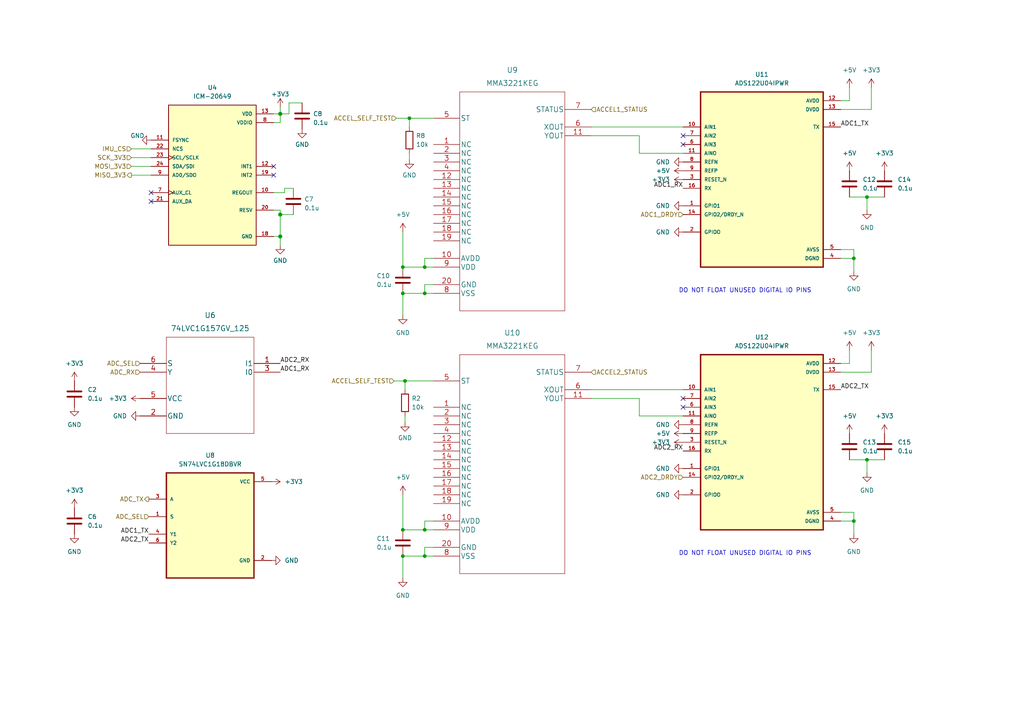
<source format=kicad_sch>
(kicad_sch (version 20211123) (generator eeschema)
  (paper "A4")
  (lib_symbols
    (symbol "74LVC1G157GV,125:74LVC1G157GV_125" (pin_names (offset 0.254))
      (property "Reference" "U" (at 20.32 12.7 0))
      (property "Value" "74LVC1G157GV_125" (at 20.32 10.16 0))
      (symbol "74LVC1G157GV_125_1_1"
        (polyline (pts (xy 7.62 -20.32) (xy 33.02 -20.32)) (stroke (width 0.127)))
        (polyline (pts (xy 7.62 7.62) (xy 7.62 -20.32)) (stroke (width 0.127)))
        (polyline (pts (xy 33.02 -20.32) (xy 33.02 7.62)) (stroke (width 0.127)))
        (polyline (pts (xy 33.02 7.62) (xy 7.62 7.62)) (stroke (width 0.127)))
        (pin bidirectional line (at 40.64 0 180) (length 7.62) (name "I1") (number "1"))
        (pin power_in line (at 0 -15.24 0) (length 7.62) (name "GND") (number "2"))
        (pin bidirectional line (at 40.64 -2.54 180) (length 7.62) (name "I0") (number "3"))
        (pin unspecified line (at 0 -2.54 0) (length 7.62) (name "Y") (number "4"))
        (pin power_in line (at 0 -10.16 0) (length 7.62) (name "VCC") (number "5"))
        (pin unspecified line (at 0 0 0) (length 7.62) (name "S") (number "6"))
      )
    )
    (symbol "ADS122U04IPWR:ADS122U04IPWR" (pin_names (offset 1.016))
      (property "Reference" "U" (at -17.78 26.3906 0))
      (property "Value" "ADS122U04IPWR" (at -17.78 -29.3878 0))
      (symbol "ADS122U04IPWR_0_0"
        (rectangle (start -17.78 -25.4) (end 17.78 25.4) (stroke (width 0.4064)) (fill (type background)))
        (pin bidirectional line (at -22.86 -7.62 0) (length 5.08) (name "GPIO1") (number "1"))
        (pin input line (at -22.86 15.24 0) (length 5.08) (name "AIN1") (number "10"))
        (pin input line (at -22.86 7.62 0) (length 5.08) (name "AINO") (number "11"))
        (pin power_in line (at 22.86 22.86 180) (length 5.08) (name "AVDD") (number "12"))
        (pin power_in line (at 22.86 20.32 180) (length 5.08) (name "DVDD") (number "13"))
        (pin bidirectional line (at -22.86 -10.16 0) (length 5.08) (name "GPIO2/DRDY_N") (number "14"))
        (pin output line (at 22.86 15.24 180) (length 5.08) (name "TX") (number "15"))
        (pin input line (at -22.86 -2.54 0) (length 5.08) (name "RX") (number "16"))
        (pin bidirectional line (at -22.86 -15.24 0) (length 5.08) (name "GPIOO") (number "2"))
        (pin input line (at -22.86 0 0) (length 5.08) (name "RESET_N") (number "3"))
        (pin power_in line (at 22.86 -22.86 180) (length 5.08) (name "DGND") (number "4"))
        (pin power_in line (at 22.86 -20.32 180) (length 5.08) (name "AVSS") (number "5"))
        (pin input line (at -22.86 10.16 0) (length 5.08) (name "AIN3") (number "6"))
        (pin input line (at -22.86 12.7 0) (length 5.08) (name "AIN2") (number "7"))
        (pin input line (at -22.86 5.08 0) (length 5.08) (name "REFN") (number "8"))
        (pin input line (at -22.86 2.54 0) (length 5.08) (name "REFP") (number "9"))
      )
    )
    (symbol "Device:C" (pin_numbers hide) (pin_names (offset 0.254))
      (property "Reference" "C" (at 0.635 2.54 0))
      (property "Value" "C" (at 0.635 -2.54 0))
      (symbol "C_0_1"
        (polyline (pts (xy -2.032 -0.762) (xy 2.032 -0.762)) (stroke (width 0.508)))
        (polyline (pts (xy -2.032 0.762) (xy 2.032 0.762)) (stroke (width 0.508)))
      )
      (symbol "C_1_1"
        (pin passive line (at 0 3.81 270) (length 2.794) (name "~") (number "1"))
        (pin passive line (at 0 -3.81 90) (length 2.794) (name "~") (number "2"))
      )
    )
    (symbol "Device:R" (pin_numbers hide) (pin_names (offset 0))
      (property "Reference" "R" (at 2.032 0 90))
      (property "Value" "R" (at 0 0 90))
      (symbol "R_0_1"
        (rectangle (start -1.016 -2.54) (end 1.016 2.54) (stroke (width 0.254)))
      )
      (symbol "R_1_1"
        (pin passive line (at 0 3.81 270) (length 1.27) (name "~") (number "1"))
        (pin passive line (at 0 -3.81 90) (length 1.27) (name "~") (number "2"))
      )
    )
    (symbol "ICM-20649:ICM-20649" (pin_names (offset 1.016))
      (property "Reference" "U" (at -12.7254 20.9804 0))
      (property "Value" "ICM-20649" (at -12.7 -22.86 0))
      (symbol "ICM-20649_0_0"
        (rectangle (start -12.7 -20.32) (end 12.7 20.32) (stroke (width 0.254)) (fill (type background)))
        (pin passive line (at 17.78 -5.08 180) (length 5.08) (name "REGOUT") (number "10"))
        (pin input line (at -17.78 10.16 0) (length 5.08) (name "FSYNC") (number "11"))
        (pin output line (at 17.78 2.54 180) (length 5.08) (name "INT1") (number "12"))
        (pin power_in line (at 17.78 17.78 180) (length 5.08) (name "VDD") (number "13"))
        (pin power_in line (at 17.78 -17.78 180) (length 5.08) (name "GND") (number "18"))
        (pin output line (at 17.78 0 180) (length 5.08) (name "INT2") (number "19"))
        (pin passive line (at 17.78 -10.16 180) (length 5.08) (name "RESV") (number "20"))
        (pin bidirectional line (at -17.78 -7.62 0) (length 5.08) (name "AUX_DA") (number "21"))
        (pin input line (at -17.78 7.62 0) (length 5.08) (name "NCS") (number "22"))
        (pin input clock (at -17.78 5.08 0) (length 5.08) (name "SCL/SCLK") (number "23"))
        (pin input line (at -17.78 2.54 0) (length 5.08) (name "SDA/SDI") (number "24"))
        (pin bidirectional clock (at -17.78 -5.08 0) (length 5.08) (name "AUX_CL") (number "7"))
        (pin power_in line (at 17.78 15.24 180) (length 5.08) (name "VDDIO") (number "8"))
        (pin output line (at -17.78 0 0) (length 5.08) (name "AD0/SDO") (number "9"))
      )
    )
    (symbol "MMA3221KEG:MMA3221KEG" (pin_names (offset 0.254))
      (property "Reference" "U" (at 22.86 12.7 0))
      (property "Value" "MMA3221KEG" (at 22.86 10.16 0))
      (symbol "MMA3221KEG_1_1"
        (polyline (pts (xy 7.62 -55.88) (xy 38.1 -55.88)) (stroke (width 0.127)))
        (polyline (pts (xy 7.62 7.62) (xy 7.62 -55.88)) (stroke (width 0.127)))
        (polyline (pts (xy 38.1 -55.88) (xy 38.1 7.62)) (stroke (width 0.127)))
        (polyline (pts (xy 38.1 7.62) (xy 7.62 7.62)) (stroke (width 0.127)))
        (pin unspecified line (at 0 -7.62 0) (length 7.62) (name "NC") (number "1"))
        (pin power_in line (at 0 -40.64 0) (length 7.62) (name "AVDD") (number "10"))
        (pin output line (at 45.72 -5.08 180) (length 7.62) (name "YOUT") (number "11"))
        (pin unspecified line (at 0 -17.78 0) (length 7.62) (name "NC") (number "12"))
        (pin unspecified line (at 0 -20.32 0) (length 7.62) (name "NC") (number "13"))
        (pin unspecified line (at 0 -22.86 0) (length 7.62) (name "NC") (number "14"))
        (pin unspecified line (at 0 -25.4 0) (length 7.62) (name "NC") (number "15"))
        (pin unspecified line (at 0 -27.94 0) (length 7.62) (name "NC") (number "16"))
        (pin unspecified line (at 0 -30.48 0) (length 7.62) (name "NC") (number "17"))
        (pin unspecified line (at 0 -33.02 0) (length 7.62) (name "NC") (number "18"))
        (pin unspecified line (at 0 -35.56 0) (length 7.62) (name "NC") (number "19"))
        (pin unspecified line (at 0 -10.16 0) (length 7.62) (name "NC") (number "2"))
        (pin power_in line (at 0 -48.26 0) (length 7.62) (name "GND") (number "20"))
        (pin unspecified line (at 0 -12.7 0) (length 7.62) (name "NC") (number "3"))
        (pin unspecified line (at 0 -15.24 0) (length 7.62) (name "NC") (number "4"))
        (pin input line (at 0 0 0) (length 7.62) (name "ST") (number "5"))
        (pin output line (at 45.72 -2.54 180) (length 7.62) (name "XOUT") (number "6"))
        (pin output line (at 45.72 2.54 180) (length 7.62) (name "STATUS") (number "7"))
        (pin power_in line (at 0 -50.8 0) (length 7.62) (name "VSS") (number "8"))
        (pin power_in line (at 0 -43.18 0) (length 7.62) (name "VDD") (number "9"))
      )
    )
    (symbol "SN74LVC1G18DBVR:SN74LVC1G18DBVR" (pin_names (offset 1.016))
      (property "Reference" "U" (at -12.7 16.2306 0))
      (property "Value" "SN74LVC1G18DBVR" (at -12.7 -19.2278 0))
      (symbol "SN74LVC1G18DBVR_0_0"
        (rectangle (start -12.7 -15.24) (end 12.7 15.24) (stroke (width 0.4064)) (fill (type background)))
        (pin bidirectional line (at -17.78 2.54 0) (length 5.08) (name "S") (number "1"))
        (pin power_in line (at 17.78 -10.16 180) (length 5.08) (name "GND") (number "2"))
        (pin bidirectional line (at -17.78 7.62 0) (length 5.08) (name "A") (number "3"))
        (pin bidirectional line (at -17.78 -2.54 0) (length 5.08) (name "Y1") (number "4"))
        (pin power_in line (at 17.78 12.7 180) (length 5.08) (name "VCC") (number "5"))
        (pin bidirectional line (at -17.78 -5.08 0) (length 5.08) (name "Y2") (number "6"))
      )
    )
    (symbol "power:+3.3V" (power) (pin_names (offset 0))
      (property "Value" "+3.3V" (at 0 3.556 0))
      (symbol "+3.3V_0_1"
        (polyline (pts (xy -0.762 1.27) (xy 0 2.54)))
        (polyline (pts (xy 0 0) (xy 0 2.54)))
        (polyline (pts (xy 0 2.54) (xy 0.762 1.27)))
      )
      (symbol "+3.3V_1_1"
        (pin power_in line (at 0 0 90) (length 0) hide (name "+3V3") (number "1"))
      )
    )
    (symbol "power:+5V" (power) (pin_names (offset 0))
      (property "Value" "+5V" (at 0 3.556 0))
      (symbol "+5V_0_1"
        (polyline (pts (xy -0.762 1.27) (xy 0 2.54)))
        (polyline (pts (xy 0 0) (xy 0 2.54)))
        (polyline (pts (xy 0 2.54) (xy 0.762 1.27)))
      )
      (symbol "+5V_1_1"
        (pin power_in line (at 0 0 90) (length 0) hide (name "+5V") (number "1"))
      )
    )
    (symbol "power:GND" (power) (pin_names (offset 0))
      (property "Value" "GND" (at 0 -3.81 0))
      (symbol "GND_0_1"
        (polyline (pts (xy 0 0) (xy 0 -1.27) (xy 1.27 -1.27) (xy 0 -2.54) (xy -1.27 -1.27) (xy 0 -1.27)))
      )
      (symbol "GND_1_1"
        (pin power_in line (at 0 0 270) (length 0) hide (name "GND") (number "1"))
      )
    )
  )
  (junction (at 116.84 85.09))
  (junction (at 118.745 34.29))
  (junction (at 123.19 153.67))
  (junction (at 81.28 68.58) (diameter 1.016))
  (junction (at 81.28 62.23) (diameter 1.016))
  (junction (at 251.46 133.35))
  (junction (at 116.84 77.47))
  (junction (at 81.28 33.02) (diameter 1.016))
  (junction (at 117.475 110.49))
  (junction (at 247.65 74.93))
  (junction (at 116.84 153.67))
  (junction (at 116.84 161.29))
  (junction (at 251.46 57.15))
  (junction (at 123.19 85.09))
  (junction (at 123.19 77.47))
  (junction (at 247.65 151.13))
  (junction (at 123.19 161.29))
  (no_connect (at 79.375 50.8))
  (no_connect (at 198.12 115.57))
  (no_connect (at 43.815 55.88))
  (no_connect (at 198.12 41.91))
  (no_connect (at 198.12 39.37))
  (no_connect (at 79.375 48.26))
  (no_connect (at 43.815 58.42))
  (no_connect (at 198.12 118.11))
  (wire (pts (xy 82.55 55.88) (xy 82.55 54.61)))
  (wire (pts (xy 81.28 33.02) (xy 83.82 33.02)))
  (wire (pts (xy 114.935 34.29) (xy 118.745 34.29)))
  (wire (pts (xy 125.73 151.13) (xy 123.19 151.13)))
  (wire (pts (xy 118.745 34.29) (xy 118.745 36.83)))
  (wire (pts (xy 123.19 77.47) (xy 125.73 77.47)))
  (wire (pts (xy 243.84 151.13) (xy 247.65 151.13)))
  (wire (pts (xy 251.46 133.35) (xy 251.46 137.16)))
  (wire (pts (xy 251.46 57.15) (xy 256.54 57.15)))
  (wire (pts (xy 246.38 29.21) (xy 243.84 29.21)))
  (wire (pts (xy 243.84 107.95) (xy 252.73 107.95)))
  (wire (pts (xy 117.475 110.49) (xy 117.475 113.03)))
  (wire (pts (xy 117.475 110.49) (xy 125.73 110.49)))
  (wire (pts (xy 247.65 154.94) (xy 247.65 151.13)))
  (wire (pts (xy 79.375 60.96) (xy 81.28 60.96)))
  (wire (pts (xy 247.65 74.93) (xy 247.65 72.39)))
  (wire (pts (xy 171.45 115.57) (xy 185.42 115.57)))
  (wire (pts (xy 125.73 158.75) (xy 123.19 158.75)))
  (wire (pts (xy 185.42 39.37) (xy 185.42 44.45)))
  (wire (pts (xy 81.28 31.115) (xy 81.28 33.02)))
  (wire (pts (xy 38.1 48.26) (xy 43.815 48.26)))
  (wire (pts (xy 81.28 68.58) (xy 81.28 71.12)))
  (wire (pts (xy 118.745 46.355) (xy 118.745 44.45)))
  (wire (pts (xy 246.38 57.15) (xy 251.46 57.15)))
  (wire (pts (xy 79.375 55.88) (xy 82.55 55.88)))
  (wire (pts (xy 116.84 161.29) (xy 123.19 161.29)))
  (wire (pts (xy 125.73 74.93) (xy 123.19 74.93)))
  (wire (pts (xy 252.73 101.6) (xy 252.73 107.95)))
  (wire (pts (xy 38.1 43.18) (xy 43.815 43.18)))
  (wire (pts (xy 171.45 36.83) (xy 198.12 36.83)))
  (wire (pts (xy 81.28 62.23) (xy 81.28 68.58)))
  (wire (pts (xy 247.65 148.59) (xy 243.84 148.59)))
  (wire (pts (xy 116.84 67.31) (xy 116.84 77.47)))
  (wire (pts (xy 38.1 50.8) (xy 43.815 50.8)))
  (wire (pts (xy 81.28 33.02) (xy 79.375 33.02)))
  (wire (pts (xy 83.82 33.02) (xy 83.82 29.845)))
  (wire (pts (xy 82.55 54.61) (xy 85.09 54.61)))
  (wire (pts (xy 123.19 74.93) (xy 123.19 77.47)))
  (wire (pts (xy 81.28 60.96) (xy 81.28 62.23)))
  (wire (pts (xy 185.42 115.57) (xy 185.42 120.65)))
  (wire (pts (xy 79.375 68.58) (xy 81.28 68.58)))
  (wire (pts (xy 251.46 57.15) (xy 251.46 60.96)))
  (wire (pts (xy 116.84 143.51) (xy 116.84 153.67)))
  (wire (pts (xy 85.09 62.23) (xy 81.28 62.23)))
  (wire (pts (xy 252.73 25.4) (xy 252.73 31.75)))
  (wire (pts (xy 246.38 105.41) (xy 243.84 105.41)))
  (wire (pts (xy 123.19 151.13) (xy 123.19 153.67)))
  (wire (pts (xy 81.28 35.56) (xy 81.28 33.02)))
  (wire (pts (xy 116.84 91.44) (xy 116.84 85.09)))
  (wire (pts (xy 171.45 113.03) (xy 198.12 113.03)))
  (wire (pts (xy 118.745 34.29) (xy 125.73 34.29)))
  (wire (pts (xy 116.84 153.67) (xy 123.19 153.67)))
  (wire (pts (xy 116.84 167.64) (xy 116.84 161.29)))
  (wire (pts (xy 247.65 78.74) (xy 247.65 74.93)))
  (wire (pts (xy 246.38 25.4) (xy 246.38 29.21)))
  (wire (pts (xy 117.475 122.555) (xy 117.475 120.65)))
  (wire (pts (xy 38.1 45.72) (xy 43.815 45.72)))
  (wire (pts (xy 243.84 31.75) (xy 252.73 31.75)))
  (wire (pts (xy 185.42 120.65) (xy 198.12 120.65)))
  (wire (pts (xy 185.42 44.45) (xy 198.12 44.45)))
  (wire (pts (xy 123.19 153.67) (xy 125.73 153.67)))
  (wire (pts (xy 116.84 77.47) (xy 123.19 77.47)))
  (wire (pts (xy 123.19 82.55) (xy 123.19 85.09)))
  (wire (pts (xy 116.84 85.09) (xy 123.19 85.09)))
  (wire (pts (xy 246.38 133.35) (xy 251.46 133.35)))
  (wire (pts (xy 79.375 35.56) (xy 81.28 35.56)))
  (wire (pts (xy 251.46 133.35) (xy 256.54 133.35)))
  (wire (pts (xy 125.73 82.55) (xy 123.19 82.55)))
  (wire (pts (xy 83.82 29.845) (xy 87.63 29.845)))
  (wire (pts (xy 171.45 39.37) (xy 185.42 39.37)))
  (wire (pts (xy 123.19 158.75) (xy 123.19 161.29)))
  (wire (pts (xy 246.38 101.6) (xy 246.38 105.41)))
  (wire (pts (xy 243.84 74.93) (xy 247.65 74.93)))
  (wire (pts (xy 123.19 85.09) (xy 125.73 85.09)))
  (wire (pts (xy 123.19 161.29) (xy 125.73 161.29)))
  (wire (pts (xy 247.65 151.13) (xy 247.65 148.59)))
  (wire (pts (xy 114.3 110.49) (xy 117.475 110.49)))
  (wire (pts (xy 247.65 72.39) (xy 243.84 72.39)))
  (text "DO NOT FLOAT UNUSED DIGITAL IO PINS" (at 196.85 161.29 0) (effects (font (size 1.27 1.27)) (justify left bottom)))
  (text "DO NOT FLOAT UNUSED DIGITAL IO PINS" (at 196.85 85.09 0) (effects (font (size 1.27 1.27)) (justify left bottom)))
  (label "ADC2_RX" (at 198.12 130.81 180))
  (label "ADC1_TX" (at 243.84 36.83 0))
  (label "ADC2_TX" (at 243.84 113.03 0))
  (label "ADC2_TX" (at 43.18 157.48 180))
  (label "ADC1_RX" (at 81.28 107.95 0))
  (label "ADC1_RX" (at 198.12 54.61 180))
  (label "ADC2_RX" (at 81.28 105.41 0))
  (label "ADC1_TX" (at 43.18 154.94 180))
  (hierarchical_label "ACCEL_SELF_TEST" (shape input) (at 114.935 34.29 180))
  (hierarchical_label "ACCEL_SELF_TEST" (shape input) (at 114.3 110.49 180))
  (hierarchical_label "ADC_TX" (shape output) (at 43.18 144.78 180))
  (hierarchical_label "MOSI_3V3" (shape input) (at 38.1 48.26 180))
  (hierarchical_label "ADC2_DRDY" (shape input) (at 198.12 138.43 180))
  (hierarchical_label "ADC_SEL" (shape input) (at 43.18 149.86 180))
  (hierarchical_label "ADC1_DRDY" (shape input) (at 198.12 62.23 180))
  (hierarchical_label "SCK_3V3" (shape input) (at 38.1 45.72 180))
  (hierarchical_label "IMU_CS" (shape input) (at 38.1 43.18 180))
  (hierarchical_label "ADC_RX" (shape input) (at 40.64 107.95 180))
  (hierarchical_label "ACCEL2_STATUS" (shape input) (at 171.45 107.95 0))
  (hierarchical_label "MISO_3V3" (shape output) (at 38.1 50.8 180))
  (hierarchical_label "ACCEL1_STATUS" (shape input) (at 171.45 31.75 0))
  (hierarchical_label "ADC_SEL" (shape input) (at 40.64 105.41 180))
  (symbol (lib_id "Device:C") (at 87.63 33.655 0) (unit 1)
    (property "Reference" "C8" (at 90.805 33.0199 0) (effects (justify left)))
    (property "Value" "0.1u" (at 90.805 35.5599 0) (effects (justify left)))
    (property "Footprint" "Capacitor_SMD:C_0805_2012Metric_Pad1.18x1.45mm_HandSolder" (effects hide))
  )
  (symbol (lib_id "power:+3.3V") (at 252.73 101.6 0) (unit 1)
    (property "Reference" "#PWR0121" (effects hide))
    (property "Value" "+3.3V" (at 252.73 96.52 0))
  )
  (symbol (lib_id "MMA3221KEG:MMA3221KEG") (at 125.73 110.49 0) (unit 1)
    (property "Reference" "U10" (at 148.59 96.52 0) (effects (font (size 1.524 1.524))))
    (property "Value" "MMA3221KEG" (at 148.59 100.33 0) (effects (font (size 1.524 1.524))))
    (property "Footprint" "MMA3221KEG:MMA3221KEG" (effects hide))
    (property "Datasheet" "https://media.digikey.com/pdf/Data%20Sheets/Freescale%20Semi/MMA3221KEG.pdf" (effects hide))
  )
  (symbol (lib_id "power:GND") (at 78.74 162.56 90) (unit 1)
    (property "Reference" "#PWR0138" (effects hide))
    (property "Value" "GND" (at 82.55 162.5599 90) (effects (justify right)))
  )
  (symbol (lib_id "power:GND") (at 118.745 46.355 0) (unit 1)
    (property "Reference" "#PWR0136" (effects hide))
    (property "Value" "GND" (at 118.745 50.8 0))
  )
  (symbol (lib_id "Device:C") (at 256.54 129.54 0) (unit 1)
    (property "Reference" "C15" (at 260.35 128.2699 0) (effects (justify left)))
    (property "Value" "0.1u" (at 260.35 130.8099 0) (effects (justify left)))
    (property "Footprint" "Capacitor_SMD:C_0805_2012Metric_Pad1.18x1.45mm_HandSolder" (effects hide))
  )
  (symbol (lib_id "power:+3.3V") (at 198.12 52.07 90) (unit 1)
    (property "Reference" "#PWR0149" (effects hide))
    (property "Value" "+3.3V" (at 194.31 52.0699 90) (effects (justify left)))
  )
  (symbol (lib_id "power:+3.3V") (at 256.54 125.73 0) (unit 1)
    (property "Reference" "#PWR0119" (effects hide))
    (property "Value" "+3.3V" (at 256.54 120.65 0))
  )
  (symbol (lib_id "power:+3.3V") (at 21.59 147.32 0) (unit 1)
    (property "Reference" "#PWR0145" (effects hide))
    (property "Value" "+3.3V" (at 21.59 142.24 0))
  )
  (symbol (lib_id "power:GND") (at 251.46 60.96 0) (unit 1)
    (property "Reference" "#PWR0156" (effects hide))
    (property "Value" "GND" (at 251.46 66.04 0))
  )
  (symbol (lib_id "Device:C") (at 21.59 151.13 0) (unit 1)
    (property "Reference" "C6" (at 25.4 149.8599 0) (effects (justify left)))
    (property "Value" "0.1u" (at 25.4 152.3999 0) (effects (justify left)))
    (property "Footprint" "Capacitor_SMD:C_0805_2012Metric_Pad1.18x1.45mm_HandSolder" (effects hide))
  )
  (symbol (lib_id "Device:C") (at 246.38 129.54 0) (unit 1)
    (property "Reference" "C13" (at 250.19 128.2699 0) (effects (justify left)))
    (property "Value" "0.1u" (at 250.19 130.8099 0) (effects (justify left)))
    (property "Footprint" "Capacitor_SMD:C_0805_2012Metric_Pad1.18x1.45mm_HandSolder" (effects hide))
  )
  (symbol (lib_id "power:+5V") (at 246.38 125.73 0) (unit 1)
    (property "Reference" "#PWR0120" (effects hide))
    (property "Value" "+5V" (at 246.38 120.65 0))
  )
  (symbol (lib_id "power:GND") (at 21.59 154.94 0) (unit 1)
    (property "Reference" "#PWR0144" (effects hide))
    (property "Value" "GND" (at 21.59 160.02 0))
  )
  (symbol (lib_id "power:+5V") (at 116.84 67.31 0) (unit 1)
    (property "Reference" "#PWR0134" (effects hide))
    (property "Value" "+5V" (at 116.84 62.23 0))
  )
  (symbol (lib_id "power:GND") (at 116.84 91.44 0) (unit 1)
    (property "Reference" "#PWR0130" (effects hide))
    (property "Value" "GND" (at 116.84 96.52 0))
  )
  (symbol (lib_id "power:+3.3V") (at 40.64 115.57 90) (unit 1)
    (property "Reference" "#PWR0142" (effects hide))
    (property "Value" "+3.3V" (at 36.83 115.5699 90) (effects (justify left)))
  )
  (symbol (lib_id "power:+5V") (at 246.38 101.6 0) (unit 1)
    (property "Reference" "#PWR0122" (effects hide))
    (property "Value" "+5V" (at 246.38 96.52 0))
  )
  (symbol (lib_id "Device:C") (at 21.59 114.3 0) (unit 1)
    (property "Reference" "C2" (at 25.4 113.0299 0) (effects (justify left)))
    (property "Value" "0.1u" (at 25.4 115.5699 0) (effects (justify left)))
    (property "Footprint" "Capacitor_SMD:C_0805_2012Metric_Pad1.18x1.45mm_HandSolder" (effects hide))
  )
  (symbol (lib_id "Device:C") (at 85.09 58.42 0) (unit 1)
    (property "Reference" "C7" (at 88.265 57.7849 0) (effects (justify left)))
    (property "Value" "0.1u" (at 88.265 60.3249 0) (effects (justify left)))
    (property "Footprint" "Capacitor_SMD:C_0805_2012Metric_Pad1.18x1.45mm_HandSolder" (effects hide))
  )
  (symbol (lib_id "power:GND") (at 198.12 135.89 270) (unit 1)
    (property "Reference" "#PWR0125" (effects hide))
    (property "Value" "GND" (at 194.31 135.8899 90) (effects (justify right)))
  )
  (symbol (lib_id "Device:R") (at 118.745 40.64 0) (unit 1)
    (property "Reference" "R8" (at 120.65 39.3699 0) (effects (justify left)))
    (property "Value" "10k" (at 120.65 41.9099 0) (effects (justify left)))
    (property "Footprint" "Resistor_SMD:R_0805_2012Metric_Pad1.20x1.40mm_HandSolder" (effects hide))
  )
  (symbol (lib_id "power:+5V") (at 246.38 25.4 0) (unit 1)
    (property "Reference" "#PWR0146" (effects hide))
    (property "Value" "+5V" (at 246.38 20.32 0))
  )
  (symbol (lib_id "power:GND") (at 251.46 137.16 0) (unit 1)
    (property "Reference" "#PWR0128" (effects hide))
    (property "Value" "GND" (at 251.46 142.24 0))
  )
  (symbol (lib_id "Device:C") (at 116.84 157.48 0) (unit 1)
    (property "Reference" "C11" (at 109.22 156.21 0) (effects (justify left)))
    (property "Value" "0.1u" (at 109.22 158.75 0) (effects (justify left)))
    (property "Footprint" "Capacitor_SMD:C_0805_2012Metric_Pad1.18x1.45mm_HandSolder" (effects hide))
  )
  (symbol (lib_id "Device:R") (at 117.475 116.84 0) (unit 1)
    (property "Reference" "R2" (at 119.38 115.5699 0) (effects (justify left)))
    (property "Value" "10k" (at 119.38 118.1099 0) (effects (justify left)))
    (property "Footprint" "Resistor_SMD:R_0805_2012Metric_Pad1.20x1.40mm_HandSolder" (effects hide))
  )
  (symbol (lib_id "MMA3221KEG:MMA3221KEG") (at 125.73 34.29 0) (unit 1)
    (property "Reference" "U9" (at 148.59 20.32 0) (effects (font (size 1.524 1.524))))
    (property "Value" "MMA3221KEG" (at 148.59 24.13 0) (effects (font (size 1.524 1.524))))
    (property "Footprint" "MMA3221KEG:MMA3221KEG" (effects hide))
    (property "Datasheet" "https://media.digikey.com/pdf/Data%20Sheets/Freescale%20Semi/MMA3221KEG.pdf" (effects hide))
  )
  (symbol (lib_id "ICM-20649:ICM-20649") (at 61.595 50.8 0) (unit 1)
    (property "Reference" "U4" (at 61.595 25.4 0))
    (property "Value" "ICM-20649" (at 61.595 27.94 0))
    (property "Footprint" "icm-20649:QFN40P300X300X95-24N" (effects hide))
    (property "MF" "TDK InvenSense" (effects hide))
    (property "PRICE" "None" (effects hide))
    (property "PACKAGE" "QFN-24 InvenSense" (effects hide))
    (property "MP" "ICM-20649" (effects hide))
    (property "AVAILABILITY" "Unavailable" (effects hide))
    (property "NOTES" "The center Exposed Pad (EP), for MPU devices is a No Connect (NC) pad. To avoid package stress, do not solder the EP to the PCB. Please refer to the document “AN-IVS-0002A-00”. As a result of these guidelines, the exposed pad has not been included on the PCB footprint. We’ve added a keep-out area under the exposed pad. Please don’t route traces or vias under the part, on the same side of the board" (effects hide))
    (property "DESCRIPTION" "Wide-Range 6-Axis MEMS MotionTracking Device for Sports and High Impact Applications" (effects hide))
  )
  (symbol (lib_id "power:GND") (at 198.12 123.19 270) (unit 1)
    (property "Reference" "#PWR0126" (effects hide))
    (property "Value" "GND" (at 194.31 123.1899 90) (effects (justify right)))
  )
  (symbol (lib_id "SN74LVC1G18DBVR:SN74LVC1G18DBVR") (at 60.96 152.4 0) (unit 1)
    (property "Reference" "U8" (at 60.96 132.08 0))
    (property "Value" "SN74LVC1G18DBVR" (at 60.96 134.62 0))
    (property "Footprint" "SN74LVC1G18DBVR:SOT95P280X145-6N" (effects hide))
    (property "Datasheet" "https://www.ti.com/lit/ds/symlink/sn74lvc1g18.pdf?HQS=dis-dk-null-digikeymode-dsf-pf-null-wwe&ts=1645320648487&ref_url=https%253A%252F%252Fwww.ti.com%252Fgeneral%252Fdocs%252Fsuppproductinfo.tsp%253FdistId%253D10%2526gotoUrl%253Dhttps%253A%252F%252Fwww.ti.com%252Flit%252Fgpn%252Fsn74lvc1g18" (effects hide))
  )
  (symbol (lib_id "power:GND") (at 198.12 143.51 270) (unit 1)
    (property "Reference" "#PWR0123" (effects hide))
    (property "Value" "GND" (at 194.31 143.5099 90) (effects (justify right)))
  )
  (symbol (lib_id "power:+3.3V") (at 198.12 128.27 90) (unit 1)
    (property "Reference" "#PWR0124" (effects hide))
    (property "Value" "+3.3V" (at 194.31 128.2699 90) (effects (justify left)))
  )
  (symbol (lib_id "power:GND") (at 43.815 40.64 270) (unit 1)
    (property "Reference" "#PWR0135" (effects hide))
    (property "Value" "GND" (at 41.91 39.3699 90) (effects (justify right)))
  )
  (symbol (lib_id "Device:C") (at 246.38 53.34 0) (unit 1)
    (property "Reference" "C12" (at 250.19 52.0699 0) (effects (justify left)))
    (property "Value" "0.1u" (at 250.19 54.6099 0) (effects (justify left)))
    (property "Footprint" "Capacitor_SMD:C_0805_2012Metric_Pad1.18x1.45mm_HandSolder" (effects hide))
  )
  (symbol (lib_id "ADS122U04IPWR:ADS122U04IPWR") (at 220.98 52.07 0) (unit 1)
    (property "Reference" "U11" (at 220.98 21.59 0))
    (property "Value" "ADS122U04IPWR" (at 220.98 24.13 0))
    (property "Footprint" "ADS122U04IPWR:SOP65P640X120-16N" (effects hide))
    (property "Datasheet" "https://www.ti.com/general/docs/suppproductinfo.tsp?distId=10&gotoUrl=https%3A%2F%2Fwww.ti.com%2Flit%2Fgpn%2Fads122u04" (effects hide))
  )
  (symbol (lib_id "power:GND") (at 198.12 59.69 270) (unit 1)
    (property "Reference" "#PWR0154" (effects hide))
    (property "Value" "GND" (at 194.31 59.6899 90) (effects (justify right)))
  )
  (symbol (lib_id "power:GND") (at 247.65 154.94 0) (unit 1)
    (property "Reference" "#PWR0118" (effects hide))
    (property "Value" "GND" (at 247.65 160.02 0))
  )
  (symbol (lib_id "Device:C") (at 256.54 53.34 0) (unit 1)
    (property "Reference" "C14" (at 260.35 52.0699 0) (effects (justify left)))
    (property "Value" "0.1u" (at 260.35 54.6099 0) (effects (justify left)))
    (property "Footprint" "Capacitor_SMD:C_0805_2012Metric_Pad1.18x1.45mm_HandSolder" (effects hide))
  )
  (symbol (lib_id "power:+3.3V") (at 78.74 139.7 270) (unit 1)
    (property "Reference" "#PWR0139" (effects hide))
    (property "Value" "+3.3V" (at 82.55 139.6999 90) (effects (justify left)))
  )
  (symbol (lib_id "power:+5V") (at 198.12 49.53 90) (unit 1)
    (property "Reference" "#PWR0155" (effects hide))
    (property "Value" "+5V" (at 194.31 49.5299 90) (effects (justify left)))
  )
  (symbol (lib_id "power:GND") (at 198.12 46.99 270) (unit 1)
    (property "Reference" "#PWR0153" (effects hide))
    (property "Value" "GND" (at 194.31 46.9899 90) (effects (justify right)))
  )
  (symbol (lib_id "power:GND") (at 87.63 37.465 0) (unit 1)
    (property "Reference" "#PWR0133" (effects hide))
    (property "Value" "GND" (at 87.63 41.91 0))
  )
  (symbol (lib_id "power:+3.3V") (at 81.28 31.115 0) (unit 1)
    (property "Reference" "#PWR0132" (effects hide))
    (property "Value" "+3.3V" (at 81.28 27.305 0))
  )
  (symbol (lib_id "power:+5V") (at 198.12 125.73 90) (unit 1)
    (property "Reference" "#PWR0127" (effects hide))
    (property "Value" "+5V" (at 194.31 125.7299 90) (effects (justify left)))
  )
  (symbol (lib_id "power:GND") (at 40.64 120.65 270) (unit 1)
    (property "Reference" "#PWR0143" (effects hide))
    (property "Value" "GND" (at 36.83 120.6499 90) (effects (justify right)))
  )
  (symbol (lib_id "power:+3.3V") (at 21.59 110.49 0) (unit 1)
    (property "Reference" "#PWR0140" (effects hide))
    (property "Value" "+3.3V" (at 21.59 105.41 0))
  )
  (symbol (lib_id "power:+5V") (at 116.84 143.51 0) (unit 1)
    (property "Reference" "#PWR0131" (effects hide))
    (property "Value" "+5V" (at 116.84 138.43 0))
  )
  (symbol (lib_id "power:GND") (at 247.65 78.74 0) (unit 1)
    (property "Reference" "#PWR0148" (effects hide))
    (property "Value" "GND" (at 247.65 83.82 0))
  )
  (symbol (lib_id "power:GND") (at 198.12 67.31 270) (unit 1)
    (property "Reference" "#PWR0152" (effects hide))
    (property "Value" "GND" (at 194.31 67.3099 90) (effects (justify right)))
  )
  (symbol (lib_id "74LVC1G157GV,125:74LVC1G157GV_125") (at 40.64 105.41 0) (unit 1)
    (property "Reference" "U6" (at 60.96 91.44 0) (effects (font (size 1.524 1.524))))
    (property "Value" "74LVC1G157GV_125" (at 60.96 95.25 0) (effects (font (size 1.524 1.524))))
    (property "Footprint" "74LVC1G157GV,125:74LVC1G157GV_125" (effects hide))
    (property "Datasheet" "https://assets.nexperia.com/documents/data-sheet/74LVC1G157.pdf" (effects hide))
  )
  (symbol (lib_id "power:GND") (at 116.84 167.64 0) (unit 1)
    (property "Reference" "#PWR0137" (effects hide))
    (property "Value" "GND" (at 116.84 172.72 0))
  )
  (symbol (lib_id "ADS122U04IPWR:ADS122U04IPWR") (at 220.98 128.27 0) (unit 1)
    (property "Reference" "U12" (at 220.98 97.79 0))
    (property "Value" "ADS122U04IPWR" (at 220.98 100.33 0))
    (property "Footprint" "ADS122U04IPWR:SOP65P640X120-16N" (effects hide))
    (property "Datasheet" "https://www.ti.com/general/docs/suppproductinfo.tsp?distId=10&gotoUrl=https%3A%2F%2Fwww.ti.com%2Flit%2Fgpn%2Fads122u04" (effects hide))
  )
  (symbol (lib_id "power:GND") (at 117.475 122.555 0) (unit 1)
    (property "Reference" "#PWR0157" (effects hide))
    (property "Value" "GND" (at 117.475 127 0))
  )
  (symbol (lib_id "power:+5V") (at 246.38 49.53 0) (unit 1)
    (property "Reference" "#PWR0150" (effects hide))
    (property "Value" "+5V" (at 246.38 44.45 0))
  )
  (symbol (lib_id "Device:C") (at 116.84 81.28 0) (unit 1)
    (property "Reference" "C10" (at 109.22 80.01 0) (effects (justify left)))
    (property "Value" "0.1u" (at 109.22 82.55 0) (effects (justify left)))
    (property "Footprint" "Capacitor_SMD:C_0805_2012Metric_Pad1.18x1.45mm_HandSolder" (effects hide))
  )
  (symbol (lib_id "power:GND") (at 21.59 118.11 0) (unit 1)
    (property "Reference" "#PWR0141" (effects hide))
    (property "Value" "GND" (at 21.59 123.19 0))
  )
  (symbol (lib_id "power:+3.3V") (at 256.54 49.53 0) (unit 1)
    (property "Reference" "#PWR0151" (effects hide))
    (property "Value" "+3.3V" (at 256.54 44.45 0))
  )
  (symbol (lib_id "power:+3.3V") (at 252.73 25.4 0) (unit 1)
    (property "Reference" "#PWR0147" (effects hide))
    (property "Value" "+3.3V" (at 252.73 20.32 0))
  )
  (symbol (lib_id "power:GND") (at 81.28 71.12 0) (unit 1)
    (property "Reference" "#PWR0129" (effects hide))
    (property "Value" "GND" (at 81.28 75.565 0))
  )
)
</source>
